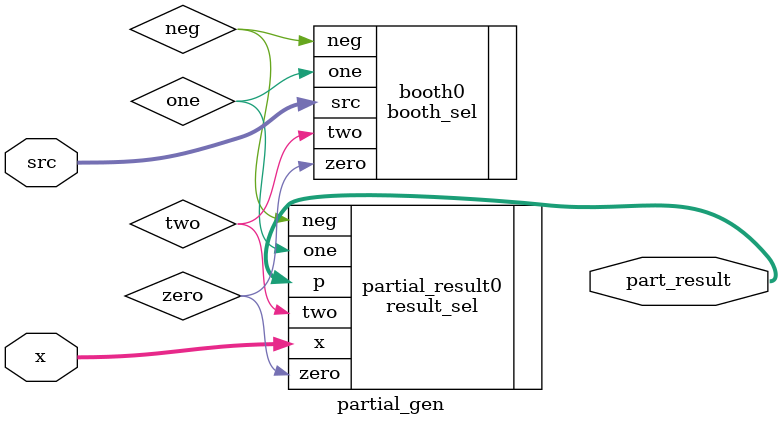
<source format=v>
module partial_gen(x,src,part_result);
    input	[64:0]	    x;
	input 	[2:0]	    src;
	output	[127:0]	    part_result;

    wire 		    neg;
	wire 		    zero;
	wire 		    one;
	wire 		    two;              
	
    booth_sel booth0 (
        .src(src),
        .neg(neg),
        .zero(zero),
        .one(one),
        .two(two)
    );
	
    result_sel partial_result0 (
        .x(x),
        .neg(neg),
        .zero(zero),
        .one(one),
        .two(two),
        .p(part_result)
    );

endmodule
</source>
